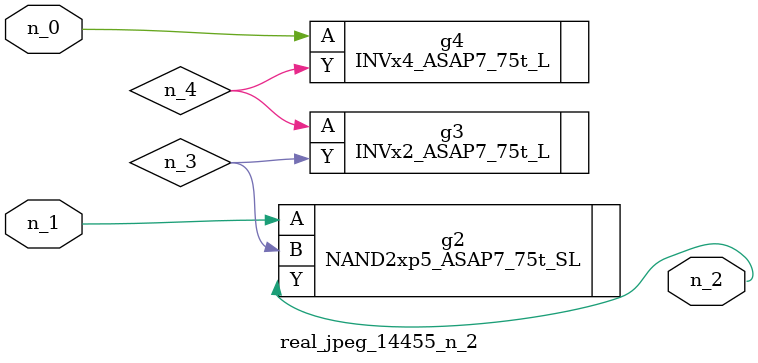
<source format=v>
module real_jpeg_14455_n_2 (n_1, n_0, n_2);

input n_1;
input n_0;

output n_2;

wire n_4;
wire n_3;

INVx4_ASAP7_75t_L g4 ( 
.A(n_0),
.Y(n_4)
);

NAND2xp5_ASAP7_75t_SL g2 ( 
.A(n_1),
.B(n_3),
.Y(n_2)
);

INVx2_ASAP7_75t_L g3 ( 
.A(n_4),
.Y(n_3)
);


endmodule
</source>
